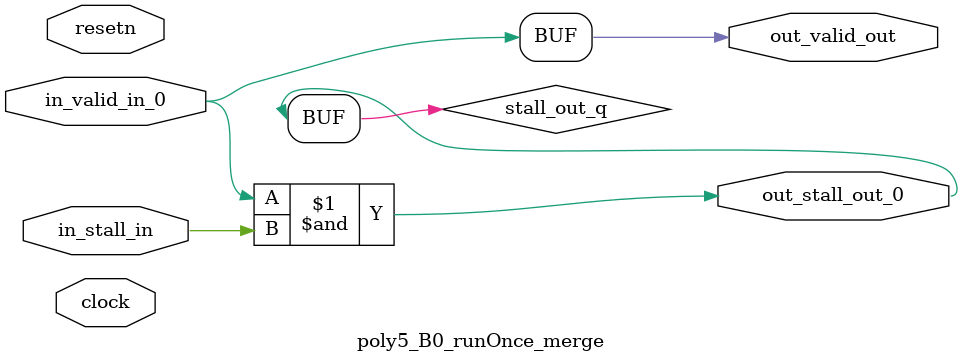
<source format=sv>



(* altera_attribute = "-name AUTO_SHIFT_REGISTER_RECOGNITION OFF; -name MESSAGE_DISABLE 10036; -name MESSAGE_DISABLE 10037; -name MESSAGE_DISABLE 14130; -name MESSAGE_DISABLE 14320; -name MESSAGE_DISABLE 15400; -name MESSAGE_DISABLE 14130; -name MESSAGE_DISABLE 10036; -name MESSAGE_DISABLE 12020; -name MESSAGE_DISABLE 12030; -name MESSAGE_DISABLE 12010; -name MESSAGE_DISABLE 12110; -name MESSAGE_DISABLE 14320; -name MESSAGE_DISABLE 13410; -name MESSAGE_DISABLE 113007; -name MESSAGE_DISABLE 10958" *)
module poly5_B0_runOnce_merge (
    input wire [0:0] in_stall_in,
    input wire [0:0] in_valid_in_0,
    output wire [0:0] out_stall_out_0,
    output wire [0:0] out_valid_out,
    input wire clock,
    input wire resetn
    );

    wire [0:0] stall_out_q;


    // stall_out(LOGICAL,6)
    assign stall_out_q = in_valid_in_0 & in_stall_in;

    // out_stall_out_0(GPOUT,4)
    assign out_stall_out_0 = stall_out_q;

    // out_valid_out(GPOUT,5)
    assign out_valid_out = in_valid_in_0;

endmodule

</source>
